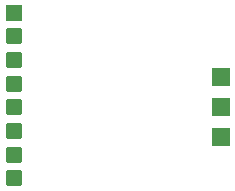
<source format=gbr>
%TF.GenerationSoftware,KiCad,Pcbnew,8.0.9-8.0.9-0~ubuntu22.04.1*%
%TF.CreationDate,2025-05-07T12:48:03+02:00*%
%TF.ProjectId,Adapter_EByte_E07_900MM10S_to_noname_green_RF_module_FUEL4EP,41646170-7465-4725-9f45-427974655f45,1.1*%
%TF.SameCoordinates,Original*%
%TF.FileFunction,Soldermask,Bot*%
%TF.FilePolarity,Negative*%
%FSLAX46Y46*%
G04 Gerber Fmt 4.6, Leading zero omitted, Abs format (unit mm)*
G04 Created by KiCad (PCBNEW 8.0.9-8.0.9-0~ubuntu22.04.1) date 2025-05-07 12:48:03*
%MOMM*%
%LPD*%
G01*
G04 APERTURE LIST*
G04 Aperture macros list*
%AMRoundRect*
0 Rectangle with rounded corners*
0 $1 Rounding radius*
0 $2 $3 $4 $5 $6 $7 $8 $9 X,Y pos of 4 corners*
0 Add a 4 corners polygon primitive as box body*
4,1,4,$2,$3,$4,$5,$6,$7,$8,$9,$2,$3,0*
0 Add four circle primitives for the rounded corners*
1,1,$1+$1,$2,$3*
1,1,$1+$1,$4,$5*
1,1,$1+$1,$6,$7*
1,1,$1+$1,$8,$9*
0 Add four rect primitives between the rounded corners*
20,1,$1+$1,$2,$3,$4,$5,0*
20,1,$1+$1,$4,$5,$6,$7,0*
20,1,$1+$1,$6,$7,$8,$9,0*
20,1,$1+$1,$8,$9,$2,$3,0*%
G04 Aperture macros list end*
%ADD10R,1.400000X1.400000*%
%ADD11RoundRect,0.300000X-0.400000X-0.400000X0.400000X-0.400000X0.400000X0.400000X-0.400000X0.400000X0*%
%ADD12R,1.600000X1.600000*%
G04 APERTURE END LIST*
D10*
%TO.C,JC1*%
X800000Y15500000D03*
%TD*%
D11*
%TO.C,JC5*%
X800000Y7500000D03*
%TD*%
D12*
%TO.C,JA1*%
X18300000Y4960000D03*
%TD*%
D11*
%TO.C,JC8*%
X800000Y1500000D03*
%TD*%
D12*
%TO.C,JA3*%
X18300000Y10040000D03*
%TD*%
%TO.C,JA2*%
X18300000Y7500000D03*
%TD*%
D11*
%TO.C,JC6*%
X800000Y5500000D03*
%TD*%
%TO.C,JC3*%
X800000Y11500000D03*
%TD*%
%TO.C,JC2*%
X800000Y13500000D03*
%TD*%
%TO.C,JC4*%
X800000Y9500000D03*
%TD*%
%TO.C,JC7*%
X800000Y3500000D03*
%TD*%
M02*

</source>
